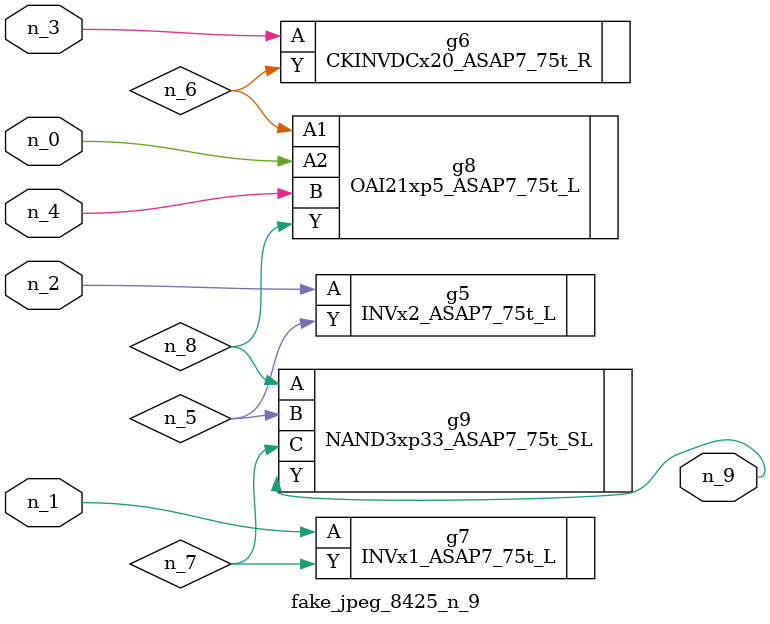
<source format=v>
module fake_jpeg_8425_n_9 (n_3, n_2, n_1, n_0, n_4, n_9);

input n_3;
input n_2;
input n_1;
input n_0;
input n_4;

output n_9;

wire n_8;
wire n_6;
wire n_5;
wire n_7;

INVx2_ASAP7_75t_L g5 ( 
.A(n_2),
.Y(n_5)
);

CKINVDCx20_ASAP7_75t_R g6 ( 
.A(n_3),
.Y(n_6)
);

INVx1_ASAP7_75t_L g7 ( 
.A(n_1),
.Y(n_7)
);

OAI21xp5_ASAP7_75t_L g8 ( 
.A1(n_6),
.A2(n_0),
.B(n_4),
.Y(n_8)
);

NAND3xp33_ASAP7_75t_SL g9 ( 
.A(n_8),
.B(n_5),
.C(n_7),
.Y(n_9)
);


endmodule
</source>
